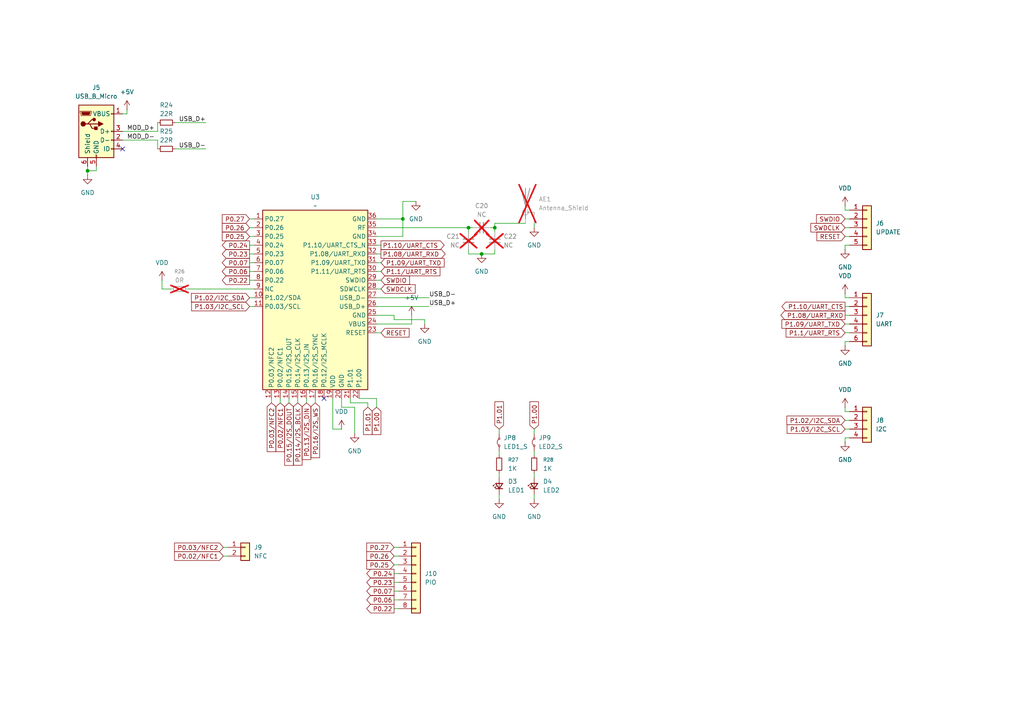
<source format=kicad_sch>
(kicad_sch (version 20250114) (generator "eeschema") (generator_version "9.0")
  (paper "A4")
  (lib_symbols
    (symbol "Connector:USB_B_Micro" (pin_names (offset 1.016))
      (property "Reference" "J" (at -5.08 11.43 0))
      (property "Value" "USB_B_Micro" (at -5.08 8.89 0))
      (symbol "USB_B_Micro_0_1"
        (rectangle (start -5.08 -7.62) (end 5.08 7.62) (stroke (width 0.254)) (fill (type background)))
        (polyline (pts (xy -4.699 5.842) (xy -4.699 5.588) (xy -4.445 4.826) (xy -4.445 4.572) (xy -1.651 4.572) (xy -1.651 4.826) (xy -1.397 5.588) (xy -1.397 5.842) (xy -4.699 5.842)))
        (polyline (pts (xy -4.318 5.588) (xy -1.778 5.588) (xy -2.032 4.826) (xy -4.064 4.826) (xy -4.318 5.588)) (fill (type outline)))
        (circle (center -3.81 2.159) (radius 0.635) (stroke (width 0.254)) (fill (type outline)))
        (polyline (pts (xy -3.175 2.159) (xy -2.54 2.159) (xy -1.27 3.429) (xy -0.635 3.429)) (stroke (width 0.254)))
        (polyline (pts (xy -2.54 2.159) (xy -1.905 2.159) (xy -1.27 0.889) (xy 0 0.889)) (stroke (width 0.254)))
        (polyline (pts (xy -1.905 2.159) (xy 0.635 2.159)) (stroke (width 0.254)))
        (circle (center -0.635 3.429) (radius 0.381) (stroke (width 0.254)) (fill (type outline)))
        (rectangle (start -0.127 -7.62) (end 0.127 -6.858))
        (rectangle (start 0.254 1.27) (end -0.508 0.508) (stroke (width 0.254)) (fill (type outline)))
        (polyline (pts (xy 0.635 2.794) (xy 0.635 1.524) (xy 1.905 2.159) (xy 0.635 2.794)) (stroke (width 0.254)) (fill (type outline)))
        (rectangle (start 5.08 4.953) (end 4.318 5.207))
        (rectangle (start 5.08 -0.127) (end 4.318 0.127))
        (rectangle (start 5.08 -2.667) (end 4.318 -2.413))
        (rectangle (start 5.08 -5.207) (end 4.318 -4.953))
      )
      (symbol "USB_B_Micro_1_1"
        (pin passive line (at -2.54 -10.16 90) (length 2.54) (name "Shield") (number "6"))
        (pin power_out line (at 0 -10.16 90) (length 2.54) (name "GND") (number "5"))
        (pin power_out line (at 7.62 5.08 180) (length 2.54) (name "VBUS") (number "1"))
        (pin bidirectional line (at 7.62 0 180) (length 2.54) (name "D+") (number "3"))
        (pin bidirectional line (at 7.62 -2.54 180) (length 2.54) (name "D-") (number "2"))
        (pin passive line (at 7.62 -5.08 180) (length 2.54) (name "ID") (number "4"))
      )
    )
    (symbol "Connector_Generic:Conn_01x02" (pin_names (offset 1.016) (hide yes))
      (property "Reference" "J" (at 0 2.54 0))
      (property "Value" "Conn_01x02" (at 0 -5.08 0))
      (symbol "Conn_01x02_1_1"
        (rectangle (start -1.27 1.27) (end 1.27 -3.81) (stroke (width 0.254)) (fill (type background)))
        (rectangle (start -1.27 0.127) (end 0 -0.127) (stroke (width 0.1524)))
        (rectangle (start -1.27 -2.413) (end 0 -2.667) (stroke (width 0.1524)))
        (pin passive line (at -5.08 0 0) (length 3.81) (name "Pin_1") (number "1"))
        (pin passive line (at -5.08 -2.54 0) (length 3.81) (name "Pin_2") (number "2"))
      )
    )
    (symbol "Connector_Generic:Conn_01x04" (pin_names (offset 1.016) (hide yes))
      (property "Reference" "J" (at 0 5.08 0))
      (property "Value" "Conn_01x04" (at 0 -7.62 0))
      (symbol "Conn_01x04_1_1"
        (rectangle (start -1.27 3.81) (end 1.27 -6.35) (stroke (width 0.254)) (fill (type background)))
        (rectangle (start -1.27 2.667) (end 0 2.413) (stroke (width 0.1524)))
        (rectangle (start -1.27 0.127) (end 0 -0.127) (stroke (width 0.1524)))
        (rectangle (start -1.27 -2.413) (end 0 -2.667) (stroke (width 0.1524)))
        (rectangle (start -1.27 -4.953) (end 0 -5.207) (stroke (width 0.1524)))
        (pin passive line (at -5.08 2.54 0) (length 3.81) (name "Pin_1") (number "1"))
        (pin passive line (at -5.08 0 0) (length 3.81) (name "Pin_2") (number "2"))
        (pin passive line (at -5.08 -2.54 0) (length 3.81) (name "Pin_3") (number "3"))
        (pin passive line (at -5.08 -5.08 0) (length 3.81) (name "Pin_4") (number "4"))
      )
    )
    (symbol "Connector_Generic:Conn_01x05" (pin_names (offset 1.016) (hide yes))
      (property "Reference" "J" (at 0 7.62 0))
      (property "Value" "Conn_01x05" (at 0 -7.62 0))
      (symbol "Conn_01x05_1_1"
        (rectangle (start -1.27 6.35) (end 1.27 -6.35) (stroke (width 0.254)) (fill (type background)))
        (rectangle (start -1.27 5.207) (end 0 4.953) (stroke (width 0.1524)))
        (rectangle (start -1.27 2.667) (end 0 2.413) (stroke (width 0.1524)))
        (rectangle (start -1.27 0.127) (end 0 -0.127) (stroke (width 0.1524)))
        (rectangle (start -1.27 -2.413) (end 0 -2.667) (stroke (width 0.1524)))
        (rectangle (start -1.27 -4.953) (end 0 -5.207) (stroke (width 0.1524)))
        (pin passive line (at -5.08 5.08 0) (length 3.81) (name "Pin_1") (number "1"))
        (pin passive line (at -5.08 2.54 0) (length 3.81) (name "Pin_2") (number "2"))
        (pin passive line (at -5.08 0 0) (length 3.81) (name "Pin_3") (number "3"))
        (pin passive line (at -5.08 -2.54 0) (length 3.81) (name "Pin_4") (number "4"))
        (pin passive line (at -5.08 -5.08 0) (length 3.81) (name "Pin_5") (number "5"))
      )
    )
    (symbol "Connector_Generic:Conn_01x06" (pin_names (offset 1.016) (hide yes))
      (property "Reference" "J" (at 0 7.62 0))
      (property "Value" "Conn_01x06" (at 0 -10.16 0))
      (symbol "Conn_01x06_1_1"
        (rectangle (start -1.27 6.35) (end 1.27 -8.89) (stroke (width 0.254)) (fill (type background)))
        (rectangle (start -1.27 5.207) (end 0 4.953) (stroke (width 0.1524)))
        (rectangle (start -1.27 2.667) (end 0 2.413) (stroke (width 0.1524)))
        (rectangle (start -1.27 0.127) (end 0 -0.127) (stroke (width 0.1524)))
        (rectangle (start -1.27 -2.413) (end 0 -2.667) (stroke (width 0.1524)))
        (rectangle (start -1.27 -4.953) (end 0 -5.207) (stroke (width 0.1524)))
        (rectangle (start -1.27 -7.493) (end 0 -7.747) (stroke (width 0.1524)))
        (pin passive line (at -5.08 5.08 0) (length 3.81) (name "Pin_1") (number "1"))
        (pin passive line (at -5.08 2.54 0) (length 3.81) (name "Pin_2") (number "2"))
        (pin passive line (at -5.08 0 0) (length 3.81) (name "Pin_3") (number "3"))
        (pin passive line (at -5.08 -2.54 0) (length 3.81) (name "Pin_4") (number "4"))
        (pin passive line (at -5.08 -5.08 0) (length 3.81) (name "Pin_5") (number "5"))
        (pin passive line (at -5.08 -7.62 0) (length 3.81) (name "Pin_6") (number "6"))
      )
    )
    (symbol "Connector_Generic:Conn_01x08" (pin_names (offset 1.016) (hide yes))
      (property "Reference" "J" (at 0 10.16 0))
      (property "Value" "Conn_01x08" (at 0 -12.7 0))
      (symbol "Conn_01x08_1_1"
        (rectangle (start -1.27 8.89) (end 1.27 -11.43) (stroke (width 0.254)) (fill (type background)))
        (rectangle (start -1.27 7.747) (end 0 7.493) (stroke (width 0.1524)))
        (rectangle (start -1.27 5.207) (end 0 4.953) (stroke (width 0.1524)))
        (rectangle (start -1.27 2.667) (end 0 2.413) (stroke (width 0.1524)))
        (rectangle (start -1.27 0.127) (end 0 -0.127) (stroke (width 0.1524)))
        (rectangle (start -1.27 -2.413) (end 0 -2.667) (stroke (width 0.1524)))
        (rectangle (start -1.27 -4.953) (end 0 -5.207) (stroke (width 0.1524)))
        (rectangle (start -1.27 -7.493) (end 0 -7.747) (stroke (width 0.1524)))
        (rectangle (start -1.27 -10.033) (end 0 -10.287) (stroke (width 0.1524)))
        (pin passive line (at -5.08 7.62 0) (length 3.81) (name "Pin_1") (number "1"))
        (pin passive line (at -5.08 5.08 0) (length 3.81) (name "Pin_2") (number "2"))
        (pin passive line (at -5.08 2.54 0) (length 3.81) (name "Pin_3") (number "3"))
        (pin passive line (at -5.08 0 0) (length 3.81) (name "Pin_4") (number "4"))
        (pin passive line (at -5.08 -2.54 0) (length 3.81) (name "Pin_5") (number "5"))
        (pin passive line (at -5.08 -5.08 0) (length 3.81) (name "Pin_6") (number "6"))
        (pin passive line (at -5.08 -7.62 0) (length 3.81) (name "Pin_7") (number "7"))
        (pin passive line (at -5.08 -10.16 0) (length 3.81) (name "Pin_8") (number "8"))
      )
    )
    (symbol "Device:Antenna_Shield" (pin_numbers (hide yes)) (pin_names (offset 1.016) (hide yes))
      (property "Reference" "AE" (at -1.905 4.445 0))
      (property "Value" "Antenna_Shield" (at -1.905 2.54 0))
      (symbol "Antenna_Shield_0_1"
        (arc (start 0 -2.667) (mid -0.8485 -2.1032) (end -0.508 -1.143))
        (polyline (pts (xy 0 5.08) (xy 0 -3.81)) (stroke (width 0.254)))
        (polyline (pts (xy 0 -2.54) (xy 0 0)))
        (arc (start 0.508 -1.143) (mid 0.8046 -2.0885) (end 0 -2.667))
        (polyline (pts (xy 0.762 -1.905) (xy 2.54 -1.905)))
        (circle (center 0.762 -1.905) (radius 0.1778) (fill (type outline)))
        (polyline (pts (xy 1.27 5.08) (xy 0 0) (xy -1.27 5.08)) (stroke (width 0.254)))
        (polyline (pts (xy 2.54 -2.54) (xy 2.54 -1.905)))
      )
      (symbol "Antenna_Shield_1_1"
        (pin input line (at 0 -5.08 90) (length 2.54) (name "A") (number "1"))
        (pin input line (at 2.54 -5.08 90) (length 2.54) (name "Shield") (number "2"))
      )
    )
    (symbol "Device:C_Small" (pin_numbers (hide yes)) (pin_names (offset 0.254) (hide yes))
      (property "Reference" "C" (at 0.254 1.778 0))
      (property "Value" "C_Small" (at 0.254 -2.032 0))
      (symbol "C_Small_0_1"
        (polyline (pts (xy -1.524 0.508) (xy 1.524 0.508)) (stroke (width 0.3048)))
        (polyline (pts (xy -1.524 -0.508) (xy 1.524 -0.508)) (stroke (width 0.3302)))
      )
      (symbol "C_Small_1_1"
        (pin passive line (at 0 2.54 270) (length 2.032) (name "~") (number "1"))
        (pin passive line (at 0 -2.54 90) (length 2.032) (name "~") (number "2"))
      )
    )
    (symbol "Device:LED_Small" (pin_numbers (hide yes)) (pin_names (offset 0.254) (hide yes))
      (property "Reference" "D" (at -1.27 3.175 0))
      (property "Value" "LED_Small" (at -4.445 -2.54 0))
      (symbol "LED_Small_0_1"
        (polyline (pts (xy -0.762 -1.016) (xy -0.762 1.016)) (stroke (width 0.254)))
        (polyline (pts (xy 0 0.762) (xy -0.508 1.27) (xy -0.254 1.27) (xy -0.508 1.27) (xy -0.508 1.016)))
        (polyline (pts (xy 0.508 1.27) (xy 0 1.778) (xy 0.254 1.778) (xy 0 1.778) (xy 0 1.524)))
        (polyline (pts (xy 0.762 -1.016) (xy -0.762 0) (xy 0.762 1.016) (xy 0.762 -1.016)) (stroke (width 0.254)))
        (polyline (pts (xy 1.016 0) (xy -0.762 0)))
      )
      (symbol "LED_Small_1_1"
        (pin passive line (at -2.54 0 0) (length 1.778) (name "K") (number "1"))
        (pin passive line (at 2.54 0 180) (length 1.778) (name "A") (number "2"))
      )
    )
    (symbol "Device:R_Small" (pin_numbers (hide yes)) (pin_names (offset 0.254) (hide yes))
      (property "Reference" "R" (at 0 0 90))
      (property "Value" "R_Small" (at 1.778 0 90))
      (symbol "R_Small_0_1"
        (rectangle (start -0.762 1.778) (end 0.762 -1.778) (stroke (width 0.2032)))
      )
      (symbol "R_Small_1_1"
        (pin passive line (at 0 2.54 270) (length 0.762) (name "~") (number "1"))
        (pin passive line (at 0 -2.54 90) (length 0.762) (name "~") (number "2"))
      )
    )
    (symbol "FSC-BT631D:FSC-BT631D"
      (property "Reference" "U" (at 0 27.178 0))
      (symbol "FSC-BT631D_0_1"
        (rectangle (start -15.24 25.4) (end 15.24 -26.67) (stroke (width 0.254)) (fill (type background)))
      )
      (symbol "FSC-BT631D_1_1"
        (pin bidirectional line (at -17.78 22.86 0) (length 2.54) (name "P0.27") (number "1"))
        (pin bidirectional line (at -17.78 20.32 0) (length 2.54) (name "P0.26") (number "2"))
        (pin bidirectional line (at -17.78 17.78 0) (length 2.54) (name "P0.25") (number "3"))
        (pin bidirectional line (at -17.78 15.24 0) (length 2.54) (name "P0.24") (number "4"))
        (pin bidirectional line (at -17.78 12.7 0) (length 2.54) (name "P0.23") (number "5"))
        (pin bidirectional line (at -17.78 10.16 0) (length 2.54) (name "P0.07") (number "6"))
        (pin bidirectional line (at -17.78 7.62 0) (length 2.54) (name "P0.06") (number "7"))
        (pin bidirectional line (at -17.78 5.08 0) (length 2.54) (name "P0.22") (number "8"))
        (pin bidirectional line (at -17.78 2.54 0) (length 2.54) (name "NC") (number "9"))
        (pin bidirectional line (at -17.78 0 0) (length 2.54) (name "P1.02/SDA") (number "10"))
        (pin bidirectional line (at -17.78 -2.54 0) (length 2.54) (name "P0.03/SCL") (number "11"))
        (pin bidirectional line (at -12.7 -29.21 90) (length 2.54) (name "P0.03/NFC2") (number "12"))
        (pin bidirectional line (at -10.16 -29.21 90) (length 2.54) (name "P0.02/NFC1") (number "13"))
        (pin bidirectional line (at -7.62 -29.21 90) (length 2.54) (name "P0.15/I2S_OUT") (number "14"))
        (pin bidirectional line (at -5.08 -29.21 90) (length 2.54) (name "P0.14/I2S_CLK") (number "15"))
        (pin bidirectional line (at -2.54 -29.21 90) (length 2.54) (name "P0.13/I2S_IN") (number "16"))
        (pin bidirectional line (at 0 -29.21 90) (length 2.54) (name "P0.16/I2S_SYNC") (number "17"))
        (pin bidirectional line (at 2.54 -29.21 90) (length 2.54) (name "P0.12/I2S_MCLK") (number "18"))
        (pin power_in line (at 5.08 -29.21 90) (length 2.54) (name "VDD") (number "19"))
        (pin power_in line (at 7.62 -29.21 90) (length 2.54) (name "GND") (number "20"))
        (pin bidirectional line (at 10.16 -29.21 90) (length 2.54) (name "P1.01") (number "21"))
        (pin bidirectional line (at 12.7 -29.21 90) (length 2.54) (name "P1.00") (number "22"))
        (pin power_in line (at 17.78 22.86 180) (length 2.54) (name "GND") (number "36"))
        (pin bidirectional line (at 17.78 20.32 180) (length 2.54) (name "RF") (number "35"))
        (pin power_in line (at 17.78 17.78 180) (length 2.54) (name "GND") (number "34"))
        (pin bidirectional line (at 17.78 15.24 180) (length 2.54) (name "P1.10/UART_CTS_N") (number "33"))
        (pin bidirectional line (at 17.78 12.7 180) (length 2.54) (name "P1.08/UART_RXD") (number "32"))
        (pin bidirectional line (at 17.78 10.16 180) (length 2.54) (name "P1.09/UART_TXD") (number "31"))
        (pin bidirectional line (at 17.78 7.62 180) (length 2.54) (name "P1.11/UART_RTS") (number "30"))
        (pin bidirectional line (at 17.78 5.08 180) (length 2.54) (name "SWDIO") (number "29"))
        (pin bidirectional line (at 17.78 2.54 180) (length 2.54) (name "SDWCLK") (number "28"))
        (pin bidirectional line (at 17.78 0 180) (length 2.54) (name "USB_D-") (number "27"))
        (pin bidirectional line (at 17.78 -2.54 180) (length 2.54) (name "USB_D+") (number "26"))
        (pin power_in line (at 17.78 -5.08 180) (length 2.54) (name "GND") (number "25"))
        (pin power_in line (at 17.78 -7.62 180) (length 2.54) (name "VBUS") (number "24"))
        (pin bidirectional line (at 17.78 -10.16 180) (length 2.54) (name "RESET") (number "23"))
      )
    )
    (symbol "Jumper:Jumper_2_Small_Bridged" (pin_numbers (hide yes)) (pin_names (offset 0) (hide yes))
      (property "Reference" "JP" (at 0 2.032 0))
      (property "Value" "Jumper_2_Small_Bridged" (at 0 -2.286 0))
      (symbol "Jumper_2_Small_Bridged_0_0"
        (circle (center -1.016 0) (radius 0.254))
        (circle (center 1.016 0) (radius 0.254))
      )
      (symbol "Jumper_2_Small_Bridged_0_1"
        (arc (start -0.762 0.254) (mid 0 0.5696) (end 0.762 0.254))
      )
      (symbol "Jumper_2_Small_Bridged_1_1"
        (pin passive line (at -2.54 0 0) (length 1.27) (name "A") (number "1"))
        (pin passive line (at 2.54 0 180) (length 1.27) (name "B") (number "2"))
      )
    )
    (symbol "power:+5V" (power) (pin_numbers (hide yes)) (pin_names (offset 0) (hide yes))
      (property "Value" "+5V" (at 0 3.556 0))
      (symbol "+5V_0_1"
        (polyline (pts (xy -0.762 1.27) (xy 0 2.54)))
        (polyline (pts (xy 0 2.54) (xy 0.762 1.27)))
        (polyline (pts (xy 0 0) (xy 0 2.54)))
      )
      (symbol "+5V_1_1"
        (pin power_in line (at 0 0 90) (length 0) (name "~") (number "1"))
      )
    )
    (symbol "power:GND" (power) (pin_numbers (hide yes)) (pin_names (offset 0) (hide yes))
      (property "Value" "GND" (at 0 -3.81 0))
      (symbol "GND_0_1"
        (polyline (pts (xy 0 0) (xy 0 -1.27) (xy 1.27 -1.27) (xy 0 -2.54) (xy -1.27 -1.27) (xy 0 -1.27)))
      )
      (symbol "GND_1_1"
        (pin power_in line (at 0 0 270) (length 0) (name "~") (number "1"))
      )
    )
    (symbol "power:VDD" (power) (pin_numbers (hide yes)) (pin_names (offset 0) (hide yes))
      (property "Value" "VDD" (at 0 3.556 0))
      (symbol "VDD_0_1"
        (polyline (pts (xy -0.762 1.27) (xy 0 2.54)))
        (polyline (pts (xy 0 2.54) (xy 0.762 1.27)))
        (polyline (pts (xy 0 0) (xy 0 2.54)))
      )
      (symbol "VDD_1_1"
        (pin power_in line (at 0 0 90) (length 0) (name "~") (number "1"))
      )
    )
  )
  (junction (at 116.84 63.5))
  (junction (at 25.4 49.53))
  (junction (at 135.89 66.04))
  (junction (at 143.51 66.04))
  (junction (at 139.7 73.66))
  (no_connect (at 35.56 43.18))
  (no_connect (at 93.98 115.57))
  (wire (pts (xy 144.78 137.16) (xy 144.78 138.43)))
  (wire (pts (xy 245.11 118.11) (xy 245.11 119.38)))
  (wire (pts (xy 245.11 128.27) (xy 245.11 127)))
  (wire (pts (xy 119.38 93.98) (xy 119.38 91.44)))
  (wire (pts (xy 109.22 83.82) (xy 110.49 83.82)))
  (wire (pts (xy 123.19 92.71) (xy 123.19 93.98)))
  (wire (pts (xy 45.72 38.1) (xy 45.72 35.56)))
  (wire (pts (xy 246.38 86.36) (xy 245.11 86.36)))
  (wire (pts (xy 245.11 88.9) (xy 246.38 88.9)))
  (wire (pts (xy 64.77 158.75) (xy 66.04 158.75)))
  (wire (pts (xy 114.3 92.71) (xy 123.19 92.71)))
  (wire (pts (xy 114.3 163.83) (xy 115.57 163.83)))
  (wire (pts (xy 109.22 76.2) (xy 110.49 76.2)))
  (wire (pts (xy 109.22 91.44) (xy 114.3 91.44)))
  (wire (pts (xy 114.3 158.75) (xy 115.57 158.75)))
  (wire (pts (xy 27.94 49.53) (xy 25.4 49.53)))
  (wire (pts (xy 245.11 71.12) (xy 246.38 71.12)))
  (wire (pts (xy 78.74 115.57) (xy 78.74 116.84)))
  (wire (pts (xy 81.28 115.57) (xy 81.28 116.84)))
  (wire (pts (xy 114.3 171.45) (xy 115.57 171.45)))
  (wire (pts (xy 109.22 78.74) (xy 110.49 78.74)))
  (wire (pts (xy 143.51 66.04) (xy 143.51 67.31)))
  (wire (pts (xy 86.36 115.57) (xy 86.36 116.84)))
  (wire (pts (xy 88.9 115.57) (xy 88.9 116.84)))
  (wire (pts (xy 25.4 48.26) (xy 25.4 49.53)))
  (wire (pts (xy 245.11 99.06) (xy 246.38 99.06)))
  (wire (pts (xy 109.22 68.58) (xy 116.84 68.58)))
  (wire (pts (xy 120.65 58.42) (xy 116.84 58.42)))
  (wire (pts (xy 109.22 66.04) (xy 135.89 66.04)))
  (wire (pts (xy 49.53 83.82) (xy 46.99 83.82)))
  (wire (pts (xy 154.94 137.16) (xy 154.94 138.43)))
  (wire (pts (xy 36.83 33.02) (xy 36.83 31.75)))
  (wire (pts (xy 114.3 91.44) (xy 114.3 92.71)))
  (wire (pts (xy 72.39 66.04) (xy 73.66 66.04)))
  (wire (pts (xy 72.39 68.58) (xy 73.66 68.58)))
  (wire (pts (xy 35.56 38.1) (xy 45.72 38.1)))
  (wire (pts (xy 59.69 35.56) (xy 50.8 35.56)))
  (wire (pts (xy 109.22 71.12) (xy 110.49 71.12)))
  (wire (pts (xy 45.72 40.64) (xy 45.72 43.18)))
  (wire (pts (xy 109.22 73.66) (xy 110.49 73.66)))
  (wire (pts (xy 143.51 64.77) (xy 143.51 66.04)))
  (wire (pts (xy 116.84 63.5) (xy 116.84 68.58)))
  (wire (pts (xy 114.3 166.37) (xy 115.57 166.37)))
  (wire (pts (xy 143.51 72.39) (xy 143.51 73.66)))
  (wire (pts (xy 144.78 124.46) (xy 144.78 125.73)))
  (wire (pts (xy 91.44 115.57) (xy 91.44 116.84)))
  (wire (pts (xy 72.39 81.28) (xy 73.66 81.28)))
  (wire (pts (xy 109.22 88.9) (xy 124.46 88.9)))
  (wire (pts (xy 72.39 86.36) (xy 73.66 86.36)))
  (wire (pts (xy 72.39 63.5) (xy 73.66 63.5)))
  (wire (pts (xy 245.11 59.69) (xy 245.11 60.96)))
  (wire (pts (xy 72.39 71.12) (xy 73.66 71.12)))
  (wire (pts (xy 245.11 91.44) (xy 246.38 91.44)))
  (wire (pts (xy 135.89 72.39) (xy 135.89 73.66)))
  (wire (pts (xy 154.94 143.51) (xy 154.94 144.78)))
  (wire (pts (xy 109.22 93.98) (xy 119.38 93.98)))
  (wire (pts (xy 109.22 63.5) (xy 116.84 63.5)))
  (wire (pts (xy 35.56 33.02) (xy 36.83 33.02)))
  (wire (pts (xy 245.11 63.5) (xy 246.38 63.5)))
  (wire (pts (xy 135.89 67.31) (xy 135.89 66.04)))
  (wire (pts (xy 245.11 124.46) (xy 246.38 124.46)))
  (wire (pts (xy 83.82 115.57) (xy 83.82 116.84)))
  (wire (pts (xy 72.39 76.2) (xy 73.66 76.2)))
  (wire (pts (xy 27.94 48.26) (xy 27.94 49.53)))
  (wire (pts (xy 114.3 161.29) (xy 115.57 161.29)))
  (wire (pts (xy 72.39 73.66) (xy 73.66 73.66)))
  (wire (pts (xy 135.89 73.66) (xy 139.7 73.66)))
  (wire (pts (xy 143.51 73.66) (xy 139.7 73.66)))
  (wire (pts (xy 135.89 66.04) (xy 137.16 66.04)))
  (wire (pts (xy 72.39 78.74) (xy 73.66 78.74)))
  (wire (pts (xy 109.22 96.52) (xy 110.49 96.52)))
  (wire (pts (xy 245.11 66.04) (xy 246.38 66.04)))
  (wire (pts (xy 154.94 130.81) (xy 154.94 132.08)))
  (wire (pts (xy 109.22 81.28) (xy 110.49 81.28)))
  (wire (pts (xy 96.52 124.46) (xy 99.06 124.46)))
  (wire (pts (xy 245.11 96.52) (xy 246.38 96.52)))
  (wire (pts (xy 101.6 116.84) (xy 106.68 116.84)))
  (wire (pts (xy 142.24 66.04) (xy 143.51 66.04)))
  (wire (pts (xy 245.11 85.09) (xy 245.11 86.36)))
  (wire (pts (xy 245.11 72.39) (xy 245.11 71.12)))
  (wire (pts (xy 246.38 119.38) (xy 245.11 119.38)))
  (wire (pts (xy 245.11 100.33) (xy 245.11 99.06)))
  (wire (pts (xy 101.6 115.57) (xy 101.6 116.84)))
  (wire (pts (xy 152.4 64.77) (xy 143.51 64.77)))
  (wire (pts (xy 99.06 115.57) (xy 99.06 118.11)))
  (wire (pts (xy 72.39 88.9) (xy 73.66 88.9)))
  (wire (pts (xy 99.06 118.11) (xy 102.87 118.11)))
  (wire (pts (xy 114.3 173.99) (xy 115.57 173.99)))
  (wire (pts (xy 54.61 83.82) (xy 73.66 83.82)))
  (wire (pts (xy 59.69 43.18) (xy 50.8 43.18)))
  (wire (pts (xy 245.11 121.92) (xy 246.38 121.92)))
  (wire (pts (xy 109.22 86.36) (xy 124.46 86.36)))
  (wire (pts (xy 245.11 68.58) (xy 246.38 68.58)))
  (wire (pts (xy 114.3 168.91) (xy 115.57 168.91)))
  (wire (pts (xy 144.78 143.51) (xy 144.78 144.78)))
  (wire (pts (xy 102.87 118.11) (xy 102.87 125.73)))
  (wire (pts (xy 35.56 40.64) (xy 45.72 40.64)))
  (wire (pts (xy 144.78 130.81) (xy 144.78 132.08)))
  (wire (pts (xy 245.11 127) (xy 246.38 127)))
  (wire (pts (xy 104.14 115.57) (xy 109.22 115.57)))
  (wire (pts (xy 96.52 115.57) (xy 96.52 124.46)))
  (wire (pts (xy 245.11 93.98) (xy 246.38 93.98)))
  (wire (pts (xy 109.22 115.57) (xy 109.22 118.11)))
  (wire (pts (xy 46.99 83.82) (xy 46.99 81.28)))
  (wire (pts (xy 106.68 116.84) (xy 106.68 118.11)))
  (wire (pts (xy 246.38 60.96) (xy 245.11 60.96)))
  (wire (pts (xy 154.94 124.46) (xy 154.94 125.73)))
  (wire (pts (xy 64.77 161.29) (xy 66.04 161.29)))
  (wire (pts (xy 116.84 58.42) (xy 116.84 63.5)))
  (wire (pts (xy 114.3 176.53) (xy 115.57 176.53)))
  (wire (pts (xy 25.4 49.53) (xy 25.4 50.8)))
  (wire (pts (xy 154.94 64.77) (xy 154.94 66.04)))
  (label "USB_D-" (at 124.46 86.36 0))
  (label "USB_D+" (at 124.46 88.9 0))
  (label "MOD_D-" (at 36.83 40.64 0))
  (label "USB_D+" (at 59.69 35.56 180))
  (label "USB_D-" (at 59.69 43.18 180))
  (label "MOD_D+" (at 36.83 38.1 0))
  (global_label "P0.27" (shape input) (at 72.39 63.5 180) (property "Intersheetrefs" "${INTERSHEET_REFS}" (effects (hide yes))))
  (global_label "P0.07" (shape output) (at 114.3 171.45 180) (property "Intersheetrefs" "${INTERSHEET_REFS}" (effects (hide yes))))
  (global_label "P0.13{slash}I2S_DIN" (shape input) (at 88.9 116.84 270) (property "Intersheetrefs" "${INTERSHEET_REFS}" (effects (hide yes))))
  (global_label "P0.24" (shape output) (at 114.3 166.37 180) (property "Intersheetrefs" "${INTERSHEET_REFS}" (effects (hide yes))))
  (global_label "P1.00" (shape input) (at 109.22 118.11 270) (property "Intersheetrefs" "${INTERSHEET_REFS}" (effects (hide yes))))
  (global_label "P0.22" (shape output) (at 72.39 81.28 180) (property "Intersheetrefs" "${INTERSHEET_REFS}" (effects (hide yes))))
  (global_label "P1.09{slash}UART_TXD" (shape input) (at 110.49 76.2 0) (property "Intersheetrefs" "${INTERSHEET_REFS}" (effects (hide yes))))
  (global_label "RESET" (shape input) (at 245.11 68.58 180) (property "Intersheetrefs" "${INTERSHEET_REFS}" (effects (hide yes))))
  (global_label "P0.02{slash}NFC1" (shape input) (at 64.77 161.29 180) (property "Intersheetrefs" "${INTERSHEET_REFS}" (effects (hide yes))))
  (global_label "P0.02{slash}NFC1" (shape input) (at 81.28 116.84 270) (property "Intersheetrefs" "${INTERSHEET_REFS}" (effects (hide yes))))
  (global_label "P1.1{slash}UART_RTS" (shape input) (at 110.49 78.74 0) (property "Intersheetrefs" "${INTERSHEET_REFS}" (effects (hide yes))))
  (global_label "P0.06" (shape output) (at 72.39 78.74 180) (property "Intersheetrefs" "${INTERSHEET_REFS}" (effects (hide yes))))
  (global_label "P1.1{slash}UART_RTS" (shape input) (at 245.11 96.52 180) (property "Intersheetrefs" "${INTERSHEET_REFS}" (effects (hide yes))))
  (global_label "P0.25" (shape input) (at 72.39 68.58 180) (property "Intersheetrefs" "${INTERSHEET_REFS}" (effects (hide yes))))
  (global_label "P0.03{slash}NFC2" (shape input) (at 78.74 116.84 270) (property "Intersheetrefs" "${INTERSHEET_REFS}" (effects (hide yes))))
  (global_label "P1.02{slash}I2C_SDA" (shape input) (at 72.39 86.36 180) (property "Intersheetrefs" "${INTERSHEET_REFS}" (effects (hide yes))))
  (global_label "P0.26" (shape input) (at 114.3 161.29 180) (property "Intersheetrefs" "${INTERSHEET_REFS}" (effects (hide yes))))
  (global_label "P0.26" (shape input) (at 72.39 66.04 180) (property "Intersheetrefs" "${INTERSHEET_REFS}" (effects (hide yes))))
  (global_label "P0.24" (shape output) (at 72.39 71.12 180) (property "Intersheetrefs" "${INTERSHEET_REFS}" (effects (hide yes))))
  (global_label "P0.23" (shape output) (at 72.39 73.66 180) (property "Intersheetrefs" "${INTERSHEET_REFS}" (effects (hide yes))))
  (global_label "P0.06" (shape output) (at 114.3 173.99 180) (property "Intersheetrefs" "${INTERSHEET_REFS}" (effects (hide yes))))
  (global_label "P1.01" (shape input) (at 106.68 118.11 270) (property "Intersheetrefs" "${INTERSHEET_REFS}" (effects (hide yes))))
  (global_label "P1.03{slash}I2C_SCL" (shape input) (at 72.39 88.9 180) (property "Intersheetrefs" "${INTERSHEET_REFS}" (effects (hide yes))))
  (global_label "P1.08{slash}UART_RXD" (shape output) (at 110.49 73.66 0) (property "Intersheetrefs" "${INTERSHEET_REFS}" (effects (hide yes))))
  (global_label "P1.00" (shape input) (at 154.94 124.46 90) (property "Intersheetrefs" "${INTERSHEET_REFS}" (effects (hide yes))))
  (global_label "P1.10{slash}UART_CTS" (shape output) (at 245.11 88.9 180) (property "Intersheetrefs" "${INTERSHEET_REFS}" (effects (hide yes))))
  (global_label "RESET" (shape input) (at 110.49 96.52 0) (property "Intersheetrefs" "${INTERSHEET_REFS}" (effects (hide yes))))
  (global_label "P0.07" (shape output) (at 72.39 76.2 180) (property "Intersheetrefs" "${INTERSHEET_REFS}" (effects (hide yes))))
  (global_label "SWDCLK" (shape input) (at 245.11 66.04 180) (property "Intersheetrefs" "${INTERSHEET_REFS}" (effects (hide yes))))
  (global_label "P0.03{slash}NFC2" (shape input) (at 64.77 158.75 180) (property "Intersheetrefs" "${INTERSHEET_REFS}" (effects (hide yes))))
  (global_label "P1.03{slash}I2C_SCL" (shape input) (at 245.11 124.46 180) (property "Intersheetrefs" "${INTERSHEET_REFS}" (effects (hide yes))))
  (global_label "P1.08{slash}UART_RXD" (shape output) (at 245.11 91.44 180) (property "Intersheetrefs" "${INTERSHEET_REFS}" (effects (hide yes))))
  (global_label "P0.22" (shape output) (at 114.3 176.53 180) (property "Intersheetrefs" "${INTERSHEET_REFS}" (effects (hide yes))))
  (global_label "P1.10{slash}UART_CTS" (shape output) (at 110.49 71.12 0) (property "Intersheetrefs" "${INTERSHEET_REFS}" (effects (hide yes))))
  (global_label "P0.25" (shape input) (at 114.3 163.83 180) (property "Intersheetrefs" "${INTERSHEET_REFS}" (effects (hide yes))))
  (global_label "P0.14{slash}I2S_BCLK" (shape input) (at 86.36 116.84 270) (property "Intersheetrefs" "${INTERSHEET_REFS}" (effects (hide yes))))
  (global_label "SWDIO" (shape input) (at 110.49 81.28 0) (property "Intersheetrefs" "${INTERSHEET_REFS}" (effects (hide yes))))
  (global_label "P0.27" (shape input) (at 114.3 158.75 180) (property "Intersheetrefs" "${INTERSHEET_REFS}" (effects (hide yes))))
  (global_label "SWDCLK" (shape input) (at 110.49 83.82 0) (property "Intersheetrefs" "${INTERSHEET_REFS}" (effects (hide yes))))
  (global_label "P1.09{slash}UART_TXD" (shape input) (at 245.11 93.98 180) (property "Intersheetrefs" "${INTERSHEET_REFS}" (effects (hide yes))))
  (global_label "P0.23" (shape output) (at 114.3 168.91 180) (property "Intersheetrefs" "${INTERSHEET_REFS}" (effects (hide yes))))
  (global_label "P1.01" (shape input) (at 144.78 124.46 90) (property "Intersheetrefs" "${INTERSHEET_REFS}" (effects (hide yes))))
  (global_label "P0.16{slash}I2S_WS" (shape input) (at 91.44 116.84 270) (property "Intersheetrefs" "${INTERSHEET_REFS}" (effects (hide yes))))
  (global_label "P1.02{slash}I2C_SDA" (shape input) (at 245.11 121.92 180) (property "Intersheetrefs" "${INTERSHEET_REFS}" (effects (hide yes))))
  (global_label "P0.15{slash}I2S_DOUT" (shape input) (at 83.82 116.84 270) (property "Intersheetrefs" "${INTERSHEET_REFS}" (effects (hide yes))))
  (global_label "SWDIO" (shape input) (at 245.11 63.5 180) (property "Intersheetrefs" "${INTERSHEET_REFS}" (effects (hide yes))))
  (symbol (lib_id "power:VDD") (at 245.11 118.11 0) (unit 1)
    (property "Reference" "#PWR048" (effects (hide yes)))
    (property "Value" "VDD" (at 245.11 113.03 0))
    (property "Description" "Power symbol creates a global label with name \"VDD\"" (effects (hide yes)))
  )
  (symbol (lib_id "power:GND") (at 123.19 93.98 0) (unit 1)
    (property "Reference" "#PWR046" (effects (hide yes)))
    (property "Value" "GND" (at 123.19 99.06 0))
    (property "Description" "Power symbol creates a global label with name \"GND\" , ground" (effects (hide yes)))
  )
  (symbol (lib_id "power:GND") (at 245.11 128.27 0) (unit 1)
    (property "Reference" "#PWR051" (effects (hide yes)))
    (property "Value" "GND" (at 245.11 133.35 0))
    (property "Description" "Power symbol creates a global label with name \"GND\" , ground" (effects (hide yes)))
  )
  (symbol (lib_id "Jumper:Jumper_2_Small_Bridged") (at 154.94 128.27 90) (unit 1)
    (property "Reference" "JP9" (at 156.21 126.9999 90) (effects (justify right)))
    (property "Value" "LED2_S" (at 156.21 129.5399 90) (effects (justify right)))
    (property "Footprint" "Jumper:SolderJumper-2_P1.3mm_Bridged2Bar_RoundedPad1.0x1.5mm" (effects (hide yes)))
    (property "Description" "Jumper, 2-pole, small symbol, bridged" (effects (hide yes)))
  )
  (symbol (lib_id "Connector_Generic:Conn_01x05") (at 251.46 66.04 0) (unit 1)
    (property "Reference" "J6" (at 254 64.7699 0) (effects (justify left)))
    (property "Value" "UPDATE" (at 254 67.3099 0) (effects (justify left)))
    (property "Footprint" "Connector_PinSocket_2.54mm:PinSocket_1x05_P2.54mm_Vertical" (effects (hide yes)))
    (property "Description" "Generic connector, single row, 01x05, script generated (kicad-library-utils/schlib/autogen/connector/)" (effects (hide yes)))
  )
  (symbol (lib_id "power:GND") (at 102.87 125.73 0) (unit 1)
    (property "Reference" "#PWR050" (effects (hide yes)))
    (property "Value" "GND" (at 102.87 130.81 0))
    (property "Description" "Power symbol creates a global label with name \"GND\" , ground" (effects (hide yes)))
  )
  (symbol (lib_id "Device:R_Small") (at 144.78 134.62 180) (unit 1)
    (property "Reference" "R27" (at 147.32 133.3499 0) (effects (font (size 1.016 1.016)) (justify right)))
    (property "Value" "1K" (at 147.32 135.8899 0) (effects (justify right)))
    (property "Footprint" "Resistor_SMD:R_0603_1608Metric_Pad0.98x0.95mm_HandSolder" (effects (hide yes)))
    (property "Description" "Resistor, small symbol" (effects (hide yes)))
  )
  (symbol (lib_id "power:VDD") (at 245.11 85.09 0) (unit 1)
    (property "Reference" "#PWR044" (effects (hide yes)))
    (property "Value" "VDD" (at 245.11 80.01 0))
    (property "Description" "Power symbol creates a global label with name \"VDD\"" (effects (hide yes)))
  )
  (symbol (lib_id "power:+5V") (at 36.83 31.75 0) (unit 1)
    (property "Reference" "#PWR036" (effects (hide yes)))
    (property "Value" "+5V" (at 36.83 26.67 0))
    (property "Description" "Power symbol creates a global label with name \"+5V\"" (effects (hide yes)))
  )
  (symbol (lib_id "Connector_Generic:Conn_01x04") (at 251.46 121.92 0) (unit 1)
    (property "Reference" "J8" (at 254 121.9199 0) (effects (justify left)))
    (property "Value" "I2C" (at 254 124.4599 0) (effects (justify left)))
    (property "Footprint" "Connector_PinSocket_2.54mm:PinSocket_1x04_P2.54mm_Vertical" (effects (hide yes)))
    (property "Description" "Generic connector, single row, 01x04, script generated (kicad-library-utils/schlib/autogen/connector/)" (effects (hide yes)))
  )
  (symbol (lib_id "Connector:USB_B_Micro") (at 27.94 38.1 0) (unit 1)
    (property "Reference" "J5" (at 27.94 25.4 0))
    (property "Value" "USB_B_Micro" (at 27.94 27.94 0))
    (property "Footprint" "KH-MICRO5P-JN:KH-MICRO5P-JN" (effects (hide yes)))
    (property "Description" "USB Micro Type B connector" (effects (hide yes)))
  )
  (symbol (lib_id "power:GND") (at 144.78 144.78 0) (unit 1)
    (property "Reference" "#PWR052" (effects (hide yes)))
    (property "Value" "GND" (at 144.78 149.86 0))
    (property "Description" "Power symbol creates a global label with name \"GND\" , ground" (effects (hide yes)))
  )
  (symbol (lib_id "Device:C_Small") (at 139.7 66.04 90) (unit 1) (dnp yes)
    (property "Reference" "C20" (at 139.7063 59.69 90))
    (property "Value" "NC" (at 139.7063 62.23 90))
    (property "Footprint" "Capacitor_SMD:C_0603_1608Metric_Pad1.08x0.95mm_HandSolder" (effects (hide yes)))
    (property "Description" "Unpolarized capacitor, small symbol" (effects (hide yes)))
  )
  (symbol (lib_id "Device:R_Small") (at 48.26 43.18 90) (unit 1)
    (property "Reference" "R25" (at 48.26 38.1 90))
    (property "Value" "22R" (at 48.26 40.64 90))
    (property "Footprint" "Resistor_SMD:R_0603_1608Metric_Pad0.98x0.95mm_HandSolder" (effects (hide yes)))
    (property "Description" "Resistor, small symbol" (effects (hide yes)))
  )
  (symbol (lib_id "Device:LED_Small") (at 154.94 140.97 90) (unit 1)
    (property "Reference" "D4" (at 157.48 139.6364 90) (effects (justify right)))
    (property "Value" "LED2" (at 157.48 142.1764 90) (effects (justify right)))
    (property "Footprint" "LED_SMD:LED_0603_1608Metric_Pad1.05x0.95mm_HandSolder" (effects (hide yes)))
    (property "Description" "Light emitting diode, small symbol" (effects (hide yes)))
    (property "Sim.Pin" "1=K 2=A" (effects (hide yes)))
  )
  (symbol (lib_id "Connector_Generic:Conn_01x02") (at 71.12 158.75 0) (unit 1)
    (property "Reference" "J9" (at 73.66 158.7499 0) (effects (justify left)))
    (property "Value" "NFC" (at 73.66 161.2899 0) (effects (justify left)))
    (property "Footprint" "Connector_PinSocket_2.54mm:PinSocket_1x02_P2.54mm_Vertical" (effects (hide yes)))
    (property "Description" "Generic connector, single row, 01x02, script generated (kicad-library-utils/schlib/autogen/connector/)" (effects (hide yes)))
  )
  (symbol (lib_id "power:GND") (at 245.11 100.33 0) (unit 1)
    (property "Reference" "#PWR047" (effects (hide yes)))
    (property "Value" "GND" (at 245.11 105.41 0))
    (property "Description" "Power symbol creates a global label with name \"GND\" , ground" (effects (hide yes)))
  )
  (symbol (lib_id "power:GND") (at 139.7 73.66 0) (unit 1)
    (property "Reference" "#PWR042" (effects (hide yes)))
    (property "Value" "GND" (at 139.7 78.74 0))
    (property "Description" "Power symbol creates a global label with name \"GND\" , ground" (effects (hide yes)))
  )
  (symbol (lib_id "power:GND") (at 154.94 66.04 0) (unit 1)
    (property "Reference" "#PWR040" (effects (hide yes)))
    (property "Value" "GND" (at 154.94 71.12 0))
    (property "Description" "Power symbol creates a global label with name \"GND\" , ground" (effects (hide yes)))
  )
  (symbol (lib_id "FSC-BT631D:FSC-BT631D") (at 91.44 86.36 0) (unit 1)
    (property "Reference" "U3" (at 91.44 57.15 0))
    (property "Value" "~" (at 91.44 59.69 0))
    (property "Footprint" "FSC-BT631D:FSC-BT631D" (effects (hide yes)))
  )
  (symbol (lib_id "Connector_Generic:Conn_01x08") (at 120.65 166.37 0) (unit 1)
    (property "Reference" "J10" (at 123.19 166.3699 0) (effects (justify left)))
    (property "Value" "PIO" (at 123.19 168.9099 0) (effects (justify left)))
    (property "Footprint" "Connector_PinSocket_2.54mm:PinSocket_1x08_P2.54mm_Vertical" (effects (hide yes)))
    (property "Description" "Generic connector, single row, 01x08, script generated (kicad-library-utils/schlib/autogen/connector/)" (effects (hide yes)))
  )
  (symbol (lib_id "power:GND") (at 25.4 50.8 0) (unit 1)
    (property "Reference" "#PWR037" (effects (hide yes)))
    (property "Value" "GND" (at 25.4 55.88 0))
    (property "Description" "Power symbol creates a global label with name \"GND\" , ground" (effects (hide yes)))
  )
  (symbol (lib_id "power:GND") (at 120.65 58.42 0) (unit 1)
    (property "Reference" "#PWR038" (effects (hide yes)))
    (property "Value" "GND" (at 120.65 63.5 0))
    (property "Description" "Power symbol creates a global label with name \"GND\" , ground" (effects (hide yes)))
  )
  (symbol (lib_id "Device:R_Small") (at 52.07 83.82 90) (unit 1) (dnp yes)
    (property "Reference" "R26" (at 52.07 78.74 90) (effects (font (size 1.016 1.016))))
    (property "Value" "0R" (at 52.07 81.28 90))
    (property "Footprint" "Resistor_SMD:R_0603_1608Metric_Pad0.98x0.95mm_HandSolder" (effects (hide yes)))
    (property "Description" "Resistor, small symbol" (effects (hide yes)))
  )
  (symbol (lib_id "Device:R_Small") (at 154.94 134.62 180) (unit 1)
    (property "Reference" "R28" (at 157.48 133.3499 0) (effects (font (size 1.016 1.016)) (justify right)))
    (property "Value" "1K" (at 157.48 135.8899 0) (effects (justify right)))
    (property "Footprint" "Resistor_SMD:R_0603_1608Metric_Pad0.98x0.95mm_HandSolder" (effects (hide yes)))
    (property "Description" "Resistor, small symbol" (effects (hide yes)))
  )
  (symbol (lib_id "Device:LED_Small") (at 144.78 140.97 90) (unit 1)
    (property "Reference" "D3" (at 147.32 139.6364 90) (effects (justify right)))
    (property "Value" "LED1" (at 147.32 142.1764 90) (effects (justify right)))
    (property "Footprint" "LED_SMD:LED_0603_1608Metric_Pad1.05x0.95mm_HandSolder" (effects (hide yes)))
    (property "Description" "Light emitting diode, small symbol" (effects (hide yes)))
    (property "Sim.Pin" "1=K 2=A" (effects (hide yes)))
  )
  (symbol (lib_id "power:VDD") (at 245.11 59.69 0) (unit 1)
    (property "Reference" "#PWR039" (effects (hide yes)))
    (property "Value" "VDD" (at 245.11 54.61 0))
    (property "Description" "Power symbol creates a global label with name \"VDD\"" (effects (hide yes)))
  )
  (symbol (lib_id "Device:R_Small") (at 48.26 35.56 90) (unit 1)
    (property "Reference" "R24" (at 48.26 30.48 90))
    (property "Value" "22R" (at 48.26 33.02 90))
    (property "Footprint" "Resistor_SMD:R_0603_1608Metric_Pad0.98x0.95mm_HandSolder" (effects (hide yes)))
    (property "Description" "Resistor, small symbol" (effects (hide yes)))
  )
  (symbol (lib_id "Device:Antenna_Shield") (at 152.4 59.69 0) (unit 1) (dnp yes)
    (property "Reference" "AE1" (at 156.21 57.7849 0) (effects (justify left)))
    (property "Value" "Antenna_Shield" (at 156.21 60.3249 0) (effects (justify left)))
    (property "Footprint" "Connector_Coaxial:U.FL_Hirose_U.FL-R-SMT-1_Vertical" (effects (hide yes)))
    (property "Description" "Antenna with extra pin for shielding" (effects (hide yes)))
  )
  (symbol (lib_id "Connector_Generic:Conn_01x06") (at 251.46 91.44 0) (unit 1)
    (property "Reference" "J7" (at 254 91.4399 0) (effects (justify left)))
    (property "Value" "UART" (at 254 93.9799 0) (effects (justify left)))
    (property "Footprint" "Connector_PinSocket_2.54mm:PinSocket_1x06_P2.54mm_Vertical" (effects (hide yes)))
    (property "Description" "Generic connector, single row, 01x06, script generated (kicad-library-utils/schlib/autogen/connector/)" (effects (hide yes)))
  )
  (symbol (lib_id "power:GND") (at 245.11 72.39 0) (unit 1)
    (property "Reference" "#PWR041" (effects (hide yes)))
    (property "Value" "GND" (at 245.11 77.47 0))
    (property "Description" "Power symbol creates a global label with name \"GND\" , ground" (effects (hide yes)))
  )
  (symbol (lib_id "Device:C_Small") (at 143.51 69.85 180) (unit 1) (dnp yes)
    (property "Reference" "C22" (at 146.05 68.5735 0) (effects (justify right)))
    (property "Value" "NC" (at 146.05 71.1135 0) (effects (justify right)))
    (property "Footprint" "Capacitor_SMD:C_0603_1608Metric_Pad1.08x0.95mm_HandSolder" (effects (hide yes)))
    (property "Description" "Unpolarized capacitor, small symbol" (effects (hide yes)))
  )
  (symbol (lib_id "power:GND") (at 154.94 144.78 0) (unit 1)
    (property "Reference" "#PWR053" (effects (hide yes)))
    (property "Value" "GND" (at 154.94 149.86 0))
    (property "Description" "Power symbol creates a global label with name \"GND\" , ground" (effects (hide yes)))
  )
  (symbol (lib_id "power:VDD") (at 99.06 124.46 0) (unit 1)
    (property "Reference" "#PWR049" (effects (hide yes)))
    (property "Value" "VDD" (at 99.06 119.38 0))
    (property "Description" "Power symbol creates a global label with name \"VDD\"" (effects (hide yes)))
  )
  (symbol (lib_id "Device:C_Small") (at 135.89 69.85 0) (mirror x) (unit 1) (dnp yes)
    (property "Reference" "C21" (at 133.35 68.5735 0) (effects (justify right)))
    (property "Value" "NC" (at 133.35 71.1135 0) (effects (justify right)))
    (property "Footprint" "Capacitor_SMD:C_0603_1608Metric_Pad1.08x0.95mm_HandSolder" (effects (hide yes)))
    (property "Description" "Unpolarized capacitor, small symbol" (effects (hide yes)))
  )
  (symbol (lib_id "power:VDD") (at 46.99 81.28 0) (unit 1)
    (property "Reference" "#PWR043" (effects (hide yes)))
    (property "Value" "VDD" (at 46.99 76.2 0))
    (property "Description" "Power symbol creates a global label with name \"VDD\"" (effects (hide yes)))
  )
  (symbol (lib_id "power:+5V") (at 119.38 91.44 0) (unit 1)
    (property "Reference" "#PWR045" (effects (hide yes)))
    (property "Value" "+5V" (at 119.38 86.36 0))
    (property "Description" "Power symbol creates a global label with name \"+5V\"" (effects (hide yes)))
  )
  (symbol (lib_id "Jumper:Jumper_2_Small_Bridged") (at 144.78 128.27 90) (unit 1)
    (property "Reference" "JP8" (at 146.05 126.9999 90) (effects (justify right)))
    (property "Value" "LED1_S" (at 146.05 129.5399 90) (effects (justify right)))
    (property "Footprint" "Jumper:SolderJumper-2_P1.3mm_Bridged2Bar_RoundedPad1.0x1.5mm" (effects (hide yes)))
    (property "Description" "Jumper, 2-pole, small symbol, bridged" (effects (hide yes)))
  )
)
</source>
